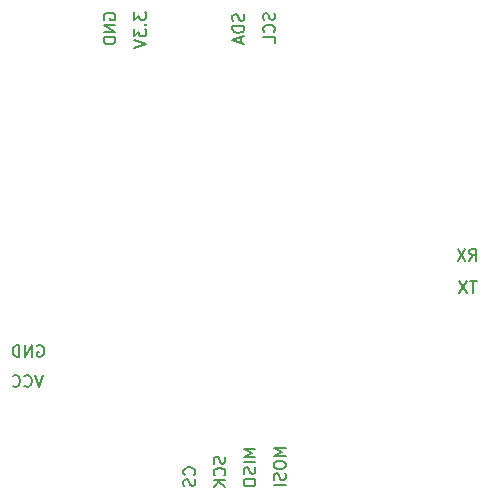
<source format=gbr>
%TF.GenerationSoftware,KiCad,Pcbnew,(6.0.0)*%
%TF.CreationDate,2023-02-04T05:02:53+03:00*%
%TF.ProjectId,STM32F4_breakout,53544d33-3246-4345-9f62-7265616b6f75,rev?*%
%TF.SameCoordinates,Original*%
%TF.FileFunction,Legend,Bot*%
%TF.FilePolarity,Positive*%
%FSLAX46Y46*%
G04 Gerber Fmt 4.6, Leading zero omitted, Abs format (unit mm)*
G04 Created by KiCad (PCBNEW (6.0.0)) date 2023-02-04 05:02:53*
%MOMM*%
%LPD*%
G01*
G04 APERTURE LIST*
%ADD10C,0.150000*%
G04 APERTURE END LIST*
D10*
X132008333Y-89252380D02*
X131675000Y-90252380D01*
X131341666Y-89252380D01*
X130436904Y-90157142D02*
X130484523Y-90204761D01*
X130627380Y-90252380D01*
X130722619Y-90252380D01*
X130865476Y-90204761D01*
X130960714Y-90109523D01*
X131008333Y-90014285D01*
X131055952Y-89823809D01*
X131055952Y-89680952D01*
X131008333Y-89490476D01*
X130960714Y-89395238D01*
X130865476Y-89300000D01*
X130722619Y-89252380D01*
X130627380Y-89252380D01*
X130484523Y-89300000D01*
X130436904Y-89347619D01*
X129436904Y-90157142D02*
X129484523Y-90204761D01*
X129627380Y-90252380D01*
X129722619Y-90252380D01*
X129865476Y-90204761D01*
X129960714Y-90109523D01*
X130008333Y-90014285D01*
X130055952Y-89823809D01*
X130055952Y-89680952D01*
X130008333Y-89490476D01*
X129960714Y-89395238D01*
X129865476Y-89300000D01*
X129722619Y-89252380D01*
X129627380Y-89252380D01*
X129484523Y-89300000D01*
X129436904Y-89347619D01*
X168736904Y-81302380D02*
X168165476Y-81302380D01*
X168451190Y-82302380D02*
X168451190Y-81302380D01*
X167927380Y-81302380D02*
X167260714Y-82302380D01*
X167260714Y-81302380D02*
X167927380Y-82302380D01*
X168116666Y-79552380D02*
X168450000Y-79076190D01*
X168688095Y-79552380D02*
X168688095Y-78552380D01*
X168307142Y-78552380D01*
X168211904Y-78600000D01*
X168164285Y-78647619D01*
X168116666Y-78742857D01*
X168116666Y-78885714D01*
X168164285Y-78980952D01*
X168211904Y-79028571D01*
X168307142Y-79076190D01*
X168688095Y-79076190D01*
X167783333Y-78552380D02*
X167116666Y-79552380D01*
X167116666Y-78552380D02*
X167783333Y-79552380D01*
X152552380Y-95428571D02*
X151552380Y-95428571D01*
X152266666Y-95761904D01*
X151552380Y-96095238D01*
X152552380Y-96095238D01*
X151552380Y-96761904D02*
X151552380Y-96952380D01*
X151600000Y-97047619D01*
X151695238Y-97142857D01*
X151885714Y-97190476D01*
X152219047Y-97190476D01*
X152409523Y-97142857D01*
X152504761Y-97047619D01*
X152552380Y-96952380D01*
X152552380Y-96761904D01*
X152504761Y-96666666D01*
X152409523Y-96571428D01*
X152219047Y-96523809D01*
X151885714Y-96523809D01*
X151695238Y-96571428D01*
X151600000Y-96666666D01*
X151552380Y-96761904D01*
X152504761Y-97571428D02*
X152552380Y-97714285D01*
X152552380Y-97952380D01*
X152504761Y-98047619D01*
X152457142Y-98095238D01*
X152361904Y-98142857D01*
X152266666Y-98142857D01*
X152171428Y-98095238D01*
X152123809Y-98047619D01*
X152076190Y-97952380D01*
X152028571Y-97761904D01*
X151980952Y-97666666D01*
X151933333Y-97619047D01*
X151838095Y-97571428D01*
X151742857Y-97571428D01*
X151647619Y-97619047D01*
X151600000Y-97666666D01*
X151552380Y-97761904D01*
X151552380Y-98000000D01*
X151600000Y-98142857D01*
X152552380Y-98571428D02*
X151552380Y-98571428D01*
X150002380Y-95478571D02*
X149002380Y-95478571D01*
X149716666Y-95811904D01*
X149002380Y-96145238D01*
X150002380Y-96145238D01*
X150002380Y-96621428D02*
X149002380Y-96621428D01*
X149954761Y-97050000D02*
X150002380Y-97192857D01*
X150002380Y-97430952D01*
X149954761Y-97526190D01*
X149907142Y-97573809D01*
X149811904Y-97621428D01*
X149716666Y-97621428D01*
X149621428Y-97573809D01*
X149573809Y-97526190D01*
X149526190Y-97430952D01*
X149478571Y-97240476D01*
X149430952Y-97145238D01*
X149383333Y-97097619D01*
X149288095Y-97050000D01*
X149192857Y-97050000D01*
X149097619Y-97097619D01*
X149050000Y-97145238D01*
X149002380Y-97240476D01*
X149002380Y-97478571D01*
X149050000Y-97621428D01*
X149002380Y-98240476D02*
X149002380Y-98430952D01*
X149050000Y-98526190D01*
X149145238Y-98621428D01*
X149335714Y-98669047D01*
X149669047Y-98669047D01*
X149859523Y-98621428D01*
X149954761Y-98526190D01*
X150002380Y-98430952D01*
X150002380Y-98240476D01*
X149954761Y-98145238D01*
X149859523Y-98050000D01*
X149669047Y-98002380D01*
X149335714Y-98002380D01*
X149145238Y-98050000D01*
X149050000Y-98145238D01*
X149002380Y-98240476D01*
X147404761Y-96164285D02*
X147452380Y-96307142D01*
X147452380Y-96545238D01*
X147404761Y-96640476D01*
X147357142Y-96688095D01*
X147261904Y-96735714D01*
X147166666Y-96735714D01*
X147071428Y-96688095D01*
X147023809Y-96640476D01*
X146976190Y-96545238D01*
X146928571Y-96354761D01*
X146880952Y-96259523D01*
X146833333Y-96211904D01*
X146738095Y-96164285D01*
X146642857Y-96164285D01*
X146547619Y-96211904D01*
X146500000Y-96259523D01*
X146452380Y-96354761D01*
X146452380Y-96592857D01*
X146500000Y-96735714D01*
X147357142Y-97735714D02*
X147404761Y-97688095D01*
X147452380Y-97545238D01*
X147452380Y-97450000D01*
X147404761Y-97307142D01*
X147309523Y-97211904D01*
X147214285Y-97164285D01*
X147023809Y-97116666D01*
X146880952Y-97116666D01*
X146690476Y-97164285D01*
X146595238Y-97211904D01*
X146500000Y-97307142D01*
X146452380Y-97450000D01*
X146452380Y-97545238D01*
X146500000Y-97688095D01*
X146547619Y-97735714D01*
X147452380Y-98164285D02*
X146452380Y-98164285D01*
X147452380Y-98735714D02*
X146880952Y-98307142D01*
X146452380Y-98735714D02*
X147023809Y-98164285D01*
X144807142Y-97683333D02*
X144854761Y-97635714D01*
X144902380Y-97492857D01*
X144902380Y-97397619D01*
X144854761Y-97254761D01*
X144759523Y-97159523D01*
X144664285Y-97111904D01*
X144473809Y-97064285D01*
X144330952Y-97064285D01*
X144140476Y-97111904D01*
X144045238Y-97159523D01*
X143950000Y-97254761D01*
X143902380Y-97397619D01*
X143902380Y-97492857D01*
X143950000Y-97635714D01*
X143997619Y-97683333D01*
X144854761Y-98064285D02*
X144902380Y-98207142D01*
X144902380Y-98445238D01*
X144854761Y-98540476D01*
X144807142Y-98588095D01*
X144711904Y-98635714D01*
X144616666Y-98635714D01*
X144521428Y-98588095D01*
X144473809Y-98540476D01*
X144426190Y-98445238D01*
X144378571Y-98254761D01*
X144330952Y-98159523D01*
X144283333Y-98111904D01*
X144188095Y-98064285D01*
X144092857Y-98064285D01*
X143997619Y-98111904D01*
X143950000Y-98159523D01*
X143902380Y-98254761D01*
X143902380Y-98492857D01*
X143950000Y-98635714D01*
X151604761Y-58609523D02*
X151652380Y-58752380D01*
X151652380Y-58990476D01*
X151604761Y-59085714D01*
X151557142Y-59133333D01*
X151461904Y-59180952D01*
X151366666Y-59180952D01*
X151271428Y-59133333D01*
X151223809Y-59085714D01*
X151176190Y-58990476D01*
X151128571Y-58800000D01*
X151080952Y-58704761D01*
X151033333Y-58657142D01*
X150938095Y-58609523D01*
X150842857Y-58609523D01*
X150747619Y-58657142D01*
X150700000Y-58704761D01*
X150652380Y-58800000D01*
X150652380Y-59038095D01*
X150700000Y-59180952D01*
X151557142Y-60180952D02*
X151604761Y-60133333D01*
X151652380Y-59990476D01*
X151652380Y-59895238D01*
X151604761Y-59752380D01*
X151509523Y-59657142D01*
X151414285Y-59609523D01*
X151223809Y-59561904D01*
X151080952Y-59561904D01*
X150890476Y-59609523D01*
X150795238Y-59657142D01*
X150700000Y-59752380D01*
X150652380Y-59895238D01*
X150652380Y-59990476D01*
X150700000Y-60133333D01*
X150747619Y-60180952D01*
X151652380Y-61085714D02*
X151652380Y-60609523D01*
X150652380Y-60609523D01*
X149004761Y-58685714D02*
X149052380Y-58828571D01*
X149052380Y-59066666D01*
X149004761Y-59161904D01*
X148957142Y-59209523D01*
X148861904Y-59257142D01*
X148766666Y-59257142D01*
X148671428Y-59209523D01*
X148623809Y-59161904D01*
X148576190Y-59066666D01*
X148528571Y-58876190D01*
X148480952Y-58780952D01*
X148433333Y-58733333D01*
X148338095Y-58685714D01*
X148242857Y-58685714D01*
X148147619Y-58733333D01*
X148100000Y-58780952D01*
X148052380Y-58876190D01*
X148052380Y-59114285D01*
X148100000Y-59257142D01*
X149052380Y-59685714D02*
X148052380Y-59685714D01*
X148052380Y-59923809D01*
X148100000Y-60066666D01*
X148195238Y-60161904D01*
X148290476Y-60209523D01*
X148480952Y-60257142D01*
X148623809Y-60257142D01*
X148814285Y-60209523D01*
X148909523Y-60161904D01*
X149004761Y-60066666D01*
X149052380Y-59923809D01*
X149052380Y-59685714D01*
X148766666Y-60638095D02*
X148766666Y-61114285D01*
X149052380Y-60542857D02*
X148052380Y-60876190D01*
X149052380Y-61209523D01*
X131536904Y-86750000D02*
X131632142Y-86702380D01*
X131775000Y-86702380D01*
X131917857Y-86750000D01*
X132013095Y-86845238D01*
X132060714Y-86940476D01*
X132108333Y-87130952D01*
X132108333Y-87273809D01*
X132060714Y-87464285D01*
X132013095Y-87559523D01*
X131917857Y-87654761D01*
X131775000Y-87702380D01*
X131679761Y-87702380D01*
X131536904Y-87654761D01*
X131489285Y-87607142D01*
X131489285Y-87273809D01*
X131679761Y-87273809D01*
X131060714Y-87702380D02*
X131060714Y-86702380D01*
X130489285Y-87702380D01*
X130489285Y-86702380D01*
X130013095Y-87702380D02*
X130013095Y-86702380D01*
X129775000Y-86702380D01*
X129632142Y-86750000D01*
X129536904Y-86845238D01*
X129489285Y-86940476D01*
X129441666Y-87130952D01*
X129441666Y-87273809D01*
X129489285Y-87464285D01*
X129536904Y-87559523D01*
X129632142Y-87654761D01*
X129775000Y-87702380D01*
X130013095Y-87702380D01*
X139752380Y-58523809D02*
X139752380Y-59142857D01*
X140133333Y-58809523D01*
X140133333Y-58952380D01*
X140180952Y-59047619D01*
X140228571Y-59095238D01*
X140323809Y-59142857D01*
X140561904Y-59142857D01*
X140657142Y-59095238D01*
X140704761Y-59047619D01*
X140752380Y-58952380D01*
X140752380Y-58666666D01*
X140704761Y-58571428D01*
X140657142Y-58523809D01*
X140657142Y-59571428D02*
X140704761Y-59619047D01*
X140752380Y-59571428D01*
X140704761Y-59523809D01*
X140657142Y-59571428D01*
X140752380Y-59571428D01*
X139752380Y-59952380D02*
X139752380Y-60571428D01*
X140133333Y-60238095D01*
X140133333Y-60380952D01*
X140180952Y-60476190D01*
X140228571Y-60523809D01*
X140323809Y-60571428D01*
X140561904Y-60571428D01*
X140657142Y-60523809D01*
X140704761Y-60476190D01*
X140752380Y-60380952D01*
X140752380Y-60095238D01*
X140704761Y-60000000D01*
X140657142Y-59952380D01*
X139752380Y-60857142D02*
X140752380Y-61190476D01*
X139752380Y-61523809D01*
X137200000Y-59138095D02*
X137152380Y-59042857D01*
X137152380Y-58900000D01*
X137200000Y-58757142D01*
X137295238Y-58661904D01*
X137390476Y-58614285D01*
X137580952Y-58566666D01*
X137723809Y-58566666D01*
X137914285Y-58614285D01*
X138009523Y-58661904D01*
X138104761Y-58757142D01*
X138152380Y-58900000D01*
X138152380Y-58995238D01*
X138104761Y-59138095D01*
X138057142Y-59185714D01*
X137723809Y-59185714D01*
X137723809Y-58995238D01*
X138152380Y-59614285D02*
X137152380Y-59614285D01*
X138152380Y-60185714D01*
X137152380Y-60185714D01*
X138152380Y-60661904D02*
X137152380Y-60661904D01*
X137152380Y-60900000D01*
X137200000Y-61042857D01*
X137295238Y-61138095D01*
X137390476Y-61185714D01*
X137580952Y-61233333D01*
X137723809Y-61233333D01*
X137914285Y-61185714D01*
X138009523Y-61138095D01*
X138104761Y-61042857D01*
X138152380Y-60900000D01*
X138152380Y-60661904D01*
M02*

</source>
